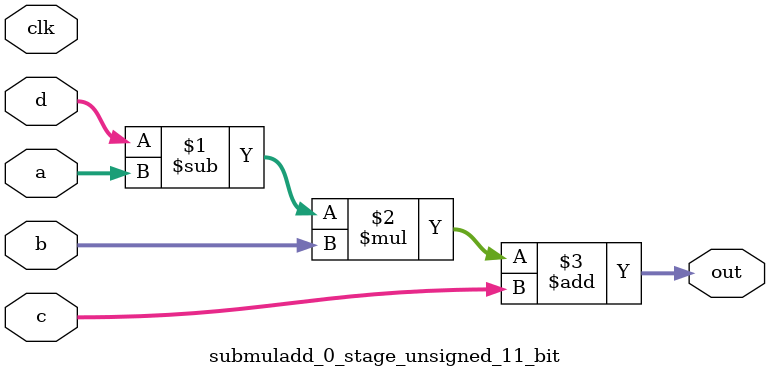
<source format=sv>
(* use_dsp = "yes" *) module submuladd_0_stage_unsigned_11_bit(
	input  [10:0] a,
	input  [10:0] b,
	input  [10:0] c,
	input  [10:0] d,
	output [10:0] out,
	input clk);

	assign out = ((d - a) * b) + c;
endmodule

</source>
